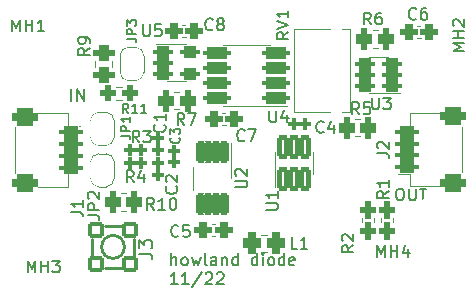
<source format=gbr>
%TF.GenerationSoftware,KiCad,Pcbnew,(6.0.4-0)*%
%TF.CreationDate,2022-11-03T14:14:05-06:00*%
%TF.ProjectId,howland,686f776c-616e-4642-9e6b-696361645f70,rev?*%
%TF.SameCoordinates,Original*%
%TF.FileFunction,Legend,Top*%
%TF.FilePolarity,Positive*%
%FSLAX46Y46*%
G04 Gerber Fmt 4.6, Leading zero omitted, Abs format (unit mm)*
G04 Created by KiCad (PCBNEW (6.0.4-0)) date 2022-11-03 14:14:05*
%MOMM*%
%LPD*%
G01*
G04 APERTURE LIST*
G04 Aperture macros list*
%AMRoundRect*
0 Rectangle with rounded corners*
0 $1 Rounding radius*
0 $2 $3 $4 $5 $6 $7 $8 $9 X,Y pos of 4 corners*
0 Add a 4 corners polygon primitive as box body*
4,1,4,$2,$3,$4,$5,$6,$7,$8,$9,$2,$3,0*
0 Add four circle primitives for the rounded corners*
1,1,$1+$1,$2,$3*
1,1,$1+$1,$4,$5*
1,1,$1+$1,$6,$7*
1,1,$1+$1,$8,$9*
0 Add four rect primitives between the rounded corners*
20,1,$1+$1,$2,$3,$4,$5,0*
20,1,$1+$1,$4,$5,$6,$7,0*
20,1,$1+$1,$6,$7,$8,$9,0*
20,1,$1+$1,$8,$9,$2,$3,0*%
%AMFreePoly0*
4,1,41,0.586777,0.930194,0.656366,0.874698,0.694986,0.794504,0.700000,0.750000,0.700000,-0.750000,0.680194,-0.836777,0.624698,-0.906366,0.544504,-0.944986,0.500000,-0.950000,0.000000,-0.950000,-0.023504,-0.944635,-0.083606,-0.943534,-0.139582,-0.934468,-0.274897,-0.892193,-0.326080,-0.867780,-0.444090,-0.789225,-0.486362,-0.751429,-0.577582,-0.642910,-0.607548,-0.594768,-0.664643,-0.465009,
-0.679893,-0.410393,-0.697476,-0.275933,-0.697084,-0.275882,-0.700000,-0.250000,-0.700000,0.250000,-0.697921,0.259109,-0.697582,0.286880,-0.675771,0.426957,-0.659192,0.481183,-0.598944,0.609508,-0.567811,0.656904,-0.473967,0.763162,-0.430783,0.799915,-0.310888,0.875563,-0.259125,0.898717,-0.122818,0.937674,-0.066635,0.945370,-0.042411,0.945222,0.000000,0.950000,0.500000,0.950000,
0.586777,0.930194,0.586777,0.930194,$1*%
%AMFreePoly1*
4,1,41,0.022678,0.944824,0.075125,0.944504,0.131210,0.936123,0.267031,0.895504,0.318507,0.871718,0.437469,0.794611,0.480202,0.757333,0.572740,0.649936,0.603290,0.602165,0.661967,0.473113,0.677883,0.418686,0.697980,0.278353,0.700000,0.250000,0.700000,-0.250000,0.699985,-0.252439,0.699836,-0.264655,0.697079,-0.295398,0.673559,-0.435199,0.656318,-0.489221,0.594506,-0.616800,
0.562797,-0.663810,0.467662,-0.768914,0.424032,-0.805137,0.303222,-0.879314,0.251181,-0.901834,0.114408,-0.939123,0.058135,-0.946132,0.037663,-0.945757,0.000000,-0.950000,-0.500000,-0.950000,-0.586777,-0.930194,-0.656366,-0.874698,-0.694986,-0.794504,-0.700000,-0.750000,-0.700000,0.750000,-0.680194,0.836777,-0.624698,0.906366,-0.544504,0.944986,-0.500000,0.950000,0.000000,0.950000,
0.022678,0.944824,0.022678,0.944824,$1*%
G04 Aperture macros list end*
%ADD10C,0.150000*%
%ADD11C,0.152000*%
%ADD12C,0.120000*%
%ADD13C,0.254000*%
%ADD14C,1.100000*%
%ADD15C,4.800000*%
%ADD16RoundRect,0.347500X0.147500X0.172500X-0.147500X0.172500X-0.147500X-0.172500X0.147500X-0.172500X0*%
%ADD17RoundRect,0.450000X0.325000X0.450000X-0.325000X0.450000X-0.325000X-0.450000X0.325000X-0.450000X0*%
%ADD18RoundRect,0.347500X-0.172500X0.147500X-0.172500X-0.147500X0.172500X-0.147500X0.172500X0.147500X0*%
%ADD19RoundRect,0.347500X-0.147500X-0.172500X0.147500X-0.172500X0.147500X0.172500X-0.147500X0.172500X0*%
%ADD20RoundRect,0.350000X-0.625000X0.150000X-0.625000X-0.150000X0.625000X-0.150000X0.625000X0.150000X0*%
%ADD21RoundRect,0.450000X-0.650000X0.350000X-0.650000X-0.350000X0.650000X-0.350000X0.650000X0.350000X0*%
%ADD22FreePoly0,270.000000*%
%ADD23FreePoly1,270.000000*%
%ADD24RoundRect,0.437500X0.237500X-0.287500X0.237500X0.287500X-0.237500X0.287500X-0.237500X-0.287500X0*%
%ADD25RoundRect,0.350000X0.625000X-0.150000X0.625000X0.150000X-0.625000X0.150000X-0.625000X-0.150000X0*%
%ADD26RoundRect,0.450000X0.650000X-0.350000X0.650000X0.350000X-0.650000X0.350000X-0.650000X-0.350000X0*%
%ADD27RoundRect,0.200000X0.225000X0.725000X-0.225000X0.725000X-0.225000X-0.725000X0.225000X-0.725000X0*%
%ADD28RoundRect,0.350000X-0.512500X-0.150000X0.512500X-0.150000X0.512500X0.150000X-0.512500X0.150000X0*%
%ADD29C,1.400000*%
%ADD30RoundRect,0.200000X-0.500000X0.500000X-0.500000X-0.500000X0.500000X-0.500000X0.500000X0.500000X0*%
%ADD31RoundRect,0.200000X0.325000X-0.780000X0.325000X0.780000X-0.325000X0.780000X-0.325000X-0.780000X0*%
%ADD32RoundRect,0.437500X0.250000X0.237500X-0.250000X0.237500X-0.250000X-0.237500X0.250000X-0.237500X0*%
%ADD33RoundRect,0.450000X-0.262500X-0.450000X0.262500X-0.450000X0.262500X0.450000X-0.262500X0.450000X0*%
%ADD34C,1.840000*%
%ADD35RoundRect,0.350000X0.825000X0.150000X-0.825000X0.150000X-0.825000X-0.150000X0.825000X-0.150000X0*%
%ADD36RoundRect,0.437500X-0.300000X-0.237500X0.300000X-0.237500X0.300000X0.237500X-0.300000X0.237500X0*%
%ADD37RoundRect,0.450000X0.262500X0.450000X-0.262500X0.450000X-0.262500X-0.450000X0.262500X-0.450000X0*%
%ADD38RoundRect,0.450000X-0.450000X0.262500X-0.450000X-0.262500X0.450000X-0.262500X0.450000X0.262500X0*%
%ADD39RoundRect,0.437500X0.300000X0.237500X-0.300000X0.237500X-0.300000X-0.237500X0.300000X-0.237500X0*%
%ADD40FreePoly0,90.000000*%
%ADD41FreePoly1,90.000000*%
%ADD42RoundRect,0.350000X0.512500X0.150000X-0.512500X0.150000X-0.512500X-0.150000X0.512500X-0.150000X0*%
G04 APERTURE END LIST*
D10*
X105326190Y-86402380D02*
X105326190Y-85402380D01*
X105802380Y-86402380D02*
X105802380Y-85402380D01*
X106373809Y-86402380D01*
X106373809Y-85402380D01*
X113785595Y-100297380D02*
X113785595Y-99297380D01*
X114214166Y-100297380D02*
X114214166Y-99773571D01*
X114166547Y-99678333D01*
X114071309Y-99630714D01*
X113928452Y-99630714D01*
X113833214Y-99678333D01*
X113785595Y-99725952D01*
X114833214Y-100297380D02*
X114737976Y-100249761D01*
X114690357Y-100202142D01*
X114642738Y-100106904D01*
X114642738Y-99821190D01*
X114690357Y-99725952D01*
X114737976Y-99678333D01*
X114833214Y-99630714D01*
X114976071Y-99630714D01*
X115071309Y-99678333D01*
X115118928Y-99725952D01*
X115166547Y-99821190D01*
X115166547Y-100106904D01*
X115118928Y-100202142D01*
X115071309Y-100249761D01*
X114976071Y-100297380D01*
X114833214Y-100297380D01*
X115499880Y-99630714D02*
X115690357Y-100297380D01*
X115880833Y-99821190D01*
X116071309Y-100297380D01*
X116261785Y-99630714D01*
X116785595Y-100297380D02*
X116690357Y-100249761D01*
X116642738Y-100154523D01*
X116642738Y-99297380D01*
X117595119Y-100297380D02*
X117595119Y-99773571D01*
X117547500Y-99678333D01*
X117452261Y-99630714D01*
X117261785Y-99630714D01*
X117166547Y-99678333D01*
X117595119Y-100249761D02*
X117499880Y-100297380D01*
X117261785Y-100297380D01*
X117166547Y-100249761D01*
X117118928Y-100154523D01*
X117118928Y-100059285D01*
X117166547Y-99964047D01*
X117261785Y-99916428D01*
X117499880Y-99916428D01*
X117595119Y-99868809D01*
X118071309Y-99630714D02*
X118071309Y-100297380D01*
X118071309Y-99725952D02*
X118118928Y-99678333D01*
X118214166Y-99630714D01*
X118357023Y-99630714D01*
X118452261Y-99678333D01*
X118499880Y-99773571D01*
X118499880Y-100297380D01*
X119404642Y-100297380D02*
X119404642Y-99297380D01*
X119404642Y-100249761D02*
X119309404Y-100297380D01*
X119118928Y-100297380D01*
X119023690Y-100249761D01*
X118976071Y-100202142D01*
X118928452Y-100106904D01*
X118928452Y-99821190D01*
X118976071Y-99725952D01*
X119023690Y-99678333D01*
X119118928Y-99630714D01*
X119309404Y-99630714D01*
X119404642Y-99678333D01*
X121071309Y-100297380D02*
X121071309Y-99297380D01*
X121071309Y-100249761D02*
X120976071Y-100297380D01*
X120785595Y-100297380D01*
X120690357Y-100249761D01*
X120642738Y-100202142D01*
X120595119Y-100106904D01*
X120595119Y-99821190D01*
X120642738Y-99725952D01*
X120690357Y-99678333D01*
X120785595Y-99630714D01*
X120976071Y-99630714D01*
X121071309Y-99678333D01*
X121547500Y-100297380D02*
X121547500Y-99630714D01*
X121547500Y-99297380D02*
X121499880Y-99345000D01*
X121547500Y-99392619D01*
X121595119Y-99345000D01*
X121547500Y-99297380D01*
X121547500Y-99392619D01*
X122166547Y-100297380D02*
X122071309Y-100249761D01*
X122023690Y-100202142D01*
X121976071Y-100106904D01*
X121976071Y-99821190D01*
X122023690Y-99725952D01*
X122071309Y-99678333D01*
X122166547Y-99630714D01*
X122309404Y-99630714D01*
X122404642Y-99678333D01*
X122452261Y-99725952D01*
X122499880Y-99821190D01*
X122499880Y-100106904D01*
X122452261Y-100202142D01*
X122404642Y-100249761D01*
X122309404Y-100297380D01*
X122166547Y-100297380D01*
X123357023Y-100297380D02*
X123357023Y-99297380D01*
X123357023Y-100249761D02*
X123261785Y-100297380D01*
X123071309Y-100297380D01*
X122976071Y-100249761D01*
X122928452Y-100202142D01*
X122880833Y-100106904D01*
X122880833Y-99821190D01*
X122928452Y-99725952D01*
X122976071Y-99678333D01*
X123071309Y-99630714D01*
X123261785Y-99630714D01*
X123357023Y-99678333D01*
X124214166Y-100249761D02*
X124118928Y-100297380D01*
X123928452Y-100297380D01*
X123833214Y-100249761D01*
X123785595Y-100154523D01*
X123785595Y-99773571D01*
X123833214Y-99678333D01*
X123928452Y-99630714D01*
X124118928Y-99630714D01*
X124214166Y-99678333D01*
X124261785Y-99773571D01*
X124261785Y-99868809D01*
X123785595Y-99964047D01*
X114309404Y-101907380D02*
X113737976Y-101907380D01*
X114023690Y-101907380D02*
X114023690Y-100907380D01*
X113928452Y-101050238D01*
X113833214Y-101145476D01*
X113737976Y-101193095D01*
X115261785Y-101907380D02*
X114690357Y-101907380D01*
X114976071Y-101907380D02*
X114976071Y-100907380D01*
X114880833Y-101050238D01*
X114785595Y-101145476D01*
X114690357Y-101193095D01*
X116404642Y-100859761D02*
X115547500Y-102145476D01*
X116690357Y-101002619D02*
X116737976Y-100955000D01*
X116833214Y-100907380D01*
X117071309Y-100907380D01*
X117166547Y-100955000D01*
X117214166Y-101002619D01*
X117261785Y-101097857D01*
X117261785Y-101193095D01*
X117214166Y-101335952D01*
X116642738Y-101907380D01*
X117261785Y-101907380D01*
X117642738Y-101002619D02*
X117690357Y-100955000D01*
X117785595Y-100907380D01*
X118023690Y-100907380D01*
X118118928Y-100955000D01*
X118166547Y-101002619D01*
X118214166Y-101097857D01*
X118214166Y-101193095D01*
X118166547Y-101335952D01*
X117595119Y-101907380D01*
X118214166Y-101907380D01*
X133050000Y-93802380D02*
X133240476Y-93802380D01*
X133335714Y-93850000D01*
X133430952Y-93945238D01*
X133478571Y-94135714D01*
X133478571Y-94469047D01*
X133430952Y-94659523D01*
X133335714Y-94754761D01*
X133240476Y-94802380D01*
X133050000Y-94802380D01*
X132954761Y-94754761D01*
X132859523Y-94659523D01*
X132811904Y-94469047D01*
X132811904Y-94135714D01*
X132859523Y-93945238D01*
X132954761Y-93850000D01*
X133050000Y-93802380D01*
X133907142Y-93802380D02*
X133907142Y-94611904D01*
X133954761Y-94707142D01*
X134002380Y-94754761D01*
X134097619Y-94802380D01*
X134288095Y-94802380D01*
X134383333Y-94754761D01*
X134430952Y-94707142D01*
X134478571Y-94611904D01*
X134478571Y-93802380D01*
X134811904Y-93802380D02*
X135383333Y-93802380D01*
X135097619Y-94802380D02*
X135097619Y-93802380D01*
%TO.C,MH1*%
X100316666Y-80502380D02*
X100316666Y-79502380D01*
X100650000Y-80216666D01*
X100983333Y-79502380D01*
X100983333Y-80502380D01*
X101459523Y-80502380D02*
X101459523Y-79502380D01*
X101459523Y-79978571D02*
X102030952Y-79978571D01*
X102030952Y-80502380D02*
X102030952Y-79502380D01*
X103030952Y-80502380D02*
X102459523Y-80502380D01*
X102745238Y-80502380D02*
X102745238Y-79502380D01*
X102650000Y-79645238D01*
X102554761Y-79740476D01*
X102459523Y-79788095D01*
%TO.C,MH2*%
X138602380Y-82183333D02*
X137602380Y-82183333D01*
X138316666Y-81850000D01*
X137602380Y-81516666D01*
X138602380Y-81516666D01*
X138602380Y-81040476D02*
X137602380Y-81040476D01*
X138078571Y-81040476D02*
X138078571Y-80469047D01*
X138602380Y-80469047D02*
X137602380Y-80469047D01*
X137697619Y-80040476D02*
X137650000Y-79992857D01*
X137602380Y-79897619D01*
X137602380Y-79659523D01*
X137650000Y-79564285D01*
X137697619Y-79516666D01*
X137792857Y-79469047D01*
X137888095Y-79469047D01*
X138030952Y-79516666D01*
X138602380Y-80088095D01*
X138602380Y-79469047D01*
%TO.C,MH3*%
X101616666Y-100902380D02*
X101616666Y-99902380D01*
X101950000Y-100616666D01*
X102283333Y-99902380D01*
X102283333Y-100902380D01*
X102759523Y-100902380D02*
X102759523Y-99902380D01*
X102759523Y-100378571D02*
X103330952Y-100378571D01*
X103330952Y-100902380D02*
X103330952Y-99902380D01*
X103711904Y-99902380D02*
X104330952Y-99902380D01*
X103997619Y-100283333D01*
X104140476Y-100283333D01*
X104235714Y-100330952D01*
X104283333Y-100378571D01*
X104330952Y-100473809D01*
X104330952Y-100711904D01*
X104283333Y-100807142D01*
X104235714Y-100854761D01*
X104140476Y-100902380D01*
X103854761Y-100902380D01*
X103759523Y-100854761D01*
X103711904Y-100807142D01*
%TO.C,MH4*%
X131216666Y-99602380D02*
X131216666Y-98602380D01*
X131550000Y-99316666D01*
X131883333Y-98602380D01*
X131883333Y-99602380D01*
X132359523Y-99602380D02*
X132359523Y-98602380D01*
X132359523Y-99078571D02*
X132930952Y-99078571D01*
X132930952Y-99602380D02*
X132930952Y-98602380D01*
X133835714Y-98935714D02*
X133835714Y-99602380D01*
X133597619Y-98554761D02*
X133359523Y-99269047D01*
X133978571Y-99269047D01*
%TO.C,R3*%
X111083333Y-89902380D02*
X110750000Y-89426190D01*
X110511904Y-89902380D02*
X110511904Y-88902380D01*
X110892857Y-88902380D01*
X110988095Y-88950000D01*
X111035714Y-88997619D01*
X111083333Y-89092857D01*
X111083333Y-89235714D01*
X111035714Y-89330952D01*
X110988095Y-89378571D01*
X110892857Y-89426190D01*
X110511904Y-89426190D01*
X111416666Y-88902380D02*
X112035714Y-88902380D01*
X111702380Y-89283333D01*
X111845238Y-89283333D01*
X111940476Y-89330952D01*
X111988095Y-89378571D01*
X112035714Y-89473809D01*
X112035714Y-89711904D01*
X111988095Y-89807142D01*
X111940476Y-89854761D01*
X111845238Y-89902380D01*
X111559523Y-89902380D01*
X111464285Y-89854761D01*
X111416666Y-89807142D01*
%TO.C,R4*%
X110583333Y-93272380D02*
X110250000Y-92796190D01*
X110011904Y-93272380D02*
X110011904Y-92272380D01*
X110392857Y-92272380D01*
X110488095Y-92320000D01*
X110535714Y-92367619D01*
X110583333Y-92462857D01*
X110583333Y-92605714D01*
X110535714Y-92700952D01*
X110488095Y-92748571D01*
X110392857Y-92796190D01*
X110011904Y-92796190D01*
X111440476Y-92605714D02*
X111440476Y-93272380D01*
X111202380Y-92224761D02*
X110964285Y-92939047D01*
X111583333Y-92939047D01*
%TO.C,L1*%
X124443333Y-98902380D02*
X123967142Y-98902380D01*
X123967142Y-97902380D01*
X125300476Y-98902380D02*
X124729047Y-98902380D01*
X125014761Y-98902380D02*
X125014761Y-97902380D01*
X124919523Y-98045238D01*
X124824285Y-98140476D01*
X124729047Y-98188095D01*
%TO.C,C1*%
X113207142Y-88416666D02*
X113254761Y-88464285D01*
X113302380Y-88607142D01*
X113302380Y-88702380D01*
X113254761Y-88845238D01*
X113159523Y-88940476D01*
X113064285Y-88988095D01*
X112873809Y-89035714D01*
X112730952Y-89035714D01*
X112540476Y-88988095D01*
X112445238Y-88940476D01*
X112350000Y-88845238D01*
X112302380Y-88702380D01*
X112302380Y-88607142D01*
X112350000Y-88464285D01*
X112397619Y-88416666D01*
X113302380Y-87464285D02*
X113302380Y-88035714D01*
X113302380Y-87750000D02*
X112302380Y-87750000D01*
X112445238Y-87845238D01*
X112540476Y-87940476D01*
X112588095Y-88035714D01*
%TO.C,C2*%
X114207142Y-93616666D02*
X114254761Y-93664285D01*
X114302380Y-93807142D01*
X114302380Y-93902380D01*
X114254761Y-94045238D01*
X114159523Y-94140476D01*
X114064285Y-94188095D01*
X113873809Y-94235714D01*
X113730952Y-94235714D01*
X113540476Y-94188095D01*
X113445238Y-94140476D01*
X113350000Y-94045238D01*
X113302380Y-93902380D01*
X113302380Y-93807142D01*
X113350000Y-93664285D01*
X113397619Y-93616666D01*
X113397619Y-93235714D02*
X113350000Y-93188095D01*
X113302380Y-93092857D01*
X113302380Y-92854761D01*
X113350000Y-92759523D01*
X113397619Y-92711904D01*
X113492857Y-92664285D01*
X113588095Y-92664285D01*
X113730952Y-92711904D01*
X114302380Y-93283333D01*
X114302380Y-92664285D01*
%TO.C,C3*%
X114435714Y-89483333D02*
X114473809Y-89521428D01*
X114511904Y-89635714D01*
X114511904Y-89711904D01*
X114473809Y-89826190D01*
X114397619Y-89902380D01*
X114321428Y-89940476D01*
X114169047Y-89978571D01*
X114054761Y-89978571D01*
X113902380Y-89940476D01*
X113826190Y-89902380D01*
X113750000Y-89826190D01*
X113711904Y-89711904D01*
X113711904Y-89635714D01*
X113750000Y-89521428D01*
X113788095Y-89483333D01*
X113711904Y-89216666D02*
X113711904Y-88721428D01*
X114016666Y-88988095D01*
X114016666Y-88873809D01*
X114054761Y-88797619D01*
X114092857Y-88759523D01*
X114169047Y-88721428D01*
X114359523Y-88721428D01*
X114435714Y-88759523D01*
X114473809Y-88797619D01*
X114511904Y-88873809D01*
X114511904Y-89102380D01*
X114473809Y-89178571D01*
X114435714Y-89216666D01*
%TO.C,C4*%
X126683333Y-89007142D02*
X126635714Y-89054761D01*
X126492857Y-89102380D01*
X126397619Y-89102380D01*
X126254761Y-89054761D01*
X126159523Y-88959523D01*
X126111904Y-88864285D01*
X126064285Y-88673809D01*
X126064285Y-88530952D01*
X126111904Y-88340476D01*
X126159523Y-88245238D01*
X126254761Y-88150000D01*
X126397619Y-88102380D01*
X126492857Y-88102380D01*
X126635714Y-88150000D01*
X126683333Y-88197619D01*
X127540476Y-88435714D02*
X127540476Y-89102380D01*
X127302380Y-88054761D02*
X127064285Y-88769047D01*
X127683333Y-88769047D01*
%TO.C,J1*%
X105302380Y-95783333D02*
X106016666Y-95783333D01*
X106159523Y-95830952D01*
X106254761Y-95926190D01*
X106302380Y-96069047D01*
X106302380Y-96164285D01*
X106302380Y-94783333D02*
X106302380Y-95354761D01*
X106302380Y-95069047D02*
X105302380Y-95069047D01*
X105445238Y-95164285D01*
X105540476Y-95259523D01*
X105588095Y-95354761D01*
%TO.C,JP1*%
X109511904Y-89316666D02*
X110083333Y-89316666D01*
X110197619Y-89354761D01*
X110273809Y-89430952D01*
X110311904Y-89545238D01*
X110311904Y-89621428D01*
X110311904Y-88935714D02*
X109511904Y-88935714D01*
X109511904Y-88630952D01*
X109550000Y-88554761D01*
X109588095Y-88516666D01*
X109664285Y-88478571D01*
X109778571Y-88478571D01*
X109854761Y-88516666D01*
X109892857Y-88554761D01*
X109930952Y-88630952D01*
X109930952Y-88935714D01*
X110311904Y-87716666D02*
X110311904Y-88173809D01*
X110311904Y-87945238D02*
X109511904Y-87945238D01*
X109626190Y-88021428D01*
X109702380Y-88097619D01*
X109740476Y-88173809D01*
%TO.C,JP2*%
X106702380Y-96083333D02*
X107416666Y-96083333D01*
X107559523Y-96130952D01*
X107654761Y-96226190D01*
X107702380Y-96369047D01*
X107702380Y-96464285D01*
X107702380Y-95607142D02*
X106702380Y-95607142D01*
X106702380Y-95226190D01*
X106750000Y-95130952D01*
X106797619Y-95083333D01*
X106892857Y-95035714D01*
X107035714Y-95035714D01*
X107130952Y-95083333D01*
X107178571Y-95130952D01*
X107226190Y-95226190D01*
X107226190Y-95607142D01*
X106797619Y-94654761D02*
X106750000Y-94607142D01*
X106702380Y-94511904D01*
X106702380Y-94273809D01*
X106750000Y-94178571D01*
X106797619Y-94130952D01*
X106892857Y-94083333D01*
X106988095Y-94083333D01*
X107130952Y-94130952D01*
X107702380Y-94702380D01*
X107702380Y-94083333D01*
%TO.C,R1*%
X132202380Y-94016666D02*
X131726190Y-94350000D01*
X132202380Y-94588095D02*
X131202380Y-94588095D01*
X131202380Y-94207142D01*
X131250000Y-94111904D01*
X131297619Y-94064285D01*
X131392857Y-94016666D01*
X131535714Y-94016666D01*
X131630952Y-94064285D01*
X131678571Y-94111904D01*
X131726190Y-94207142D01*
X131726190Y-94588095D01*
X132202380Y-93064285D02*
X132202380Y-93635714D01*
X132202380Y-93350000D02*
X131202380Y-93350000D01*
X131345238Y-93445238D01*
X131440476Y-93540476D01*
X131488095Y-93635714D01*
%TO.C,R2*%
X129202380Y-98616666D02*
X128726190Y-98950000D01*
X129202380Y-99188095D02*
X128202380Y-99188095D01*
X128202380Y-98807142D01*
X128250000Y-98711904D01*
X128297619Y-98664285D01*
X128392857Y-98616666D01*
X128535714Y-98616666D01*
X128630952Y-98664285D01*
X128678571Y-98711904D01*
X128726190Y-98807142D01*
X128726190Y-99188095D01*
X128297619Y-98235714D02*
X128250000Y-98188095D01*
X128202380Y-98092857D01*
X128202380Y-97854761D01*
X128250000Y-97759523D01*
X128297619Y-97711904D01*
X128392857Y-97664285D01*
X128488095Y-97664285D01*
X128630952Y-97711904D01*
X129202380Y-98283333D01*
X129202380Y-97664285D01*
%TO.C,J2*%
X131222380Y-90833333D02*
X131936666Y-90833333D01*
X132079523Y-90880952D01*
X132174761Y-90976190D01*
X132222380Y-91119047D01*
X132222380Y-91214285D01*
X131317619Y-90404761D02*
X131270000Y-90357142D01*
X131222380Y-90261904D01*
X131222380Y-90023809D01*
X131270000Y-89928571D01*
X131317619Y-89880952D01*
X131412857Y-89833333D01*
X131508095Y-89833333D01*
X131650952Y-89880952D01*
X132222380Y-90452380D01*
X132222380Y-89833333D01*
%TO.C,U2*%
X119202380Y-93711904D02*
X120011904Y-93711904D01*
X120107142Y-93664285D01*
X120154761Y-93616666D01*
X120202380Y-93521428D01*
X120202380Y-93330952D01*
X120154761Y-93235714D01*
X120107142Y-93188095D01*
X120011904Y-93140476D01*
X119202380Y-93140476D01*
X119297619Y-92711904D02*
X119250000Y-92664285D01*
X119202380Y-92569047D01*
X119202380Y-92330952D01*
X119250000Y-92235714D01*
X119297619Y-92188095D01*
X119392857Y-92140476D01*
X119488095Y-92140476D01*
X119630952Y-92188095D01*
X120202380Y-92759523D01*
X120202380Y-92140476D01*
%TO.C,U5*%
X111388095Y-79902380D02*
X111388095Y-80711904D01*
X111435714Y-80807142D01*
X111483333Y-80854761D01*
X111578571Y-80902380D01*
X111769047Y-80902380D01*
X111864285Y-80854761D01*
X111911904Y-80807142D01*
X111959523Y-80711904D01*
X111959523Y-79902380D01*
X112911904Y-79902380D02*
X112435714Y-79902380D01*
X112388095Y-80378571D01*
X112435714Y-80330952D01*
X112530952Y-80283333D01*
X112769047Y-80283333D01*
X112864285Y-80330952D01*
X112911904Y-80378571D01*
X112959523Y-80473809D01*
X112959523Y-80711904D01*
X112911904Y-80807142D01*
X112864285Y-80854761D01*
X112769047Y-80902380D01*
X112530952Y-80902380D01*
X112435714Y-80854761D01*
X112388095Y-80807142D01*
D11*
%TO.C,J3*%
X111024071Y-99309514D02*
X111840500Y-99309514D01*
X112003785Y-99363942D01*
X112112642Y-99472800D01*
X112167071Y-99636085D01*
X112167071Y-99744942D01*
X111024071Y-98874085D02*
X111024071Y-98166514D01*
X111459500Y-98547514D01*
X111459500Y-98384228D01*
X111513928Y-98275371D01*
X111568357Y-98220942D01*
X111677214Y-98166514D01*
X111949357Y-98166514D01*
X112058214Y-98220942D01*
X112112642Y-98275371D01*
X112167071Y-98384228D01*
X112167071Y-98710800D01*
X112112642Y-98819657D01*
X112058214Y-98874085D01*
D10*
%TO.C,U1*%
X121802380Y-95611904D02*
X122611904Y-95611904D01*
X122707142Y-95564285D01*
X122754761Y-95516666D01*
X122802380Y-95421428D01*
X122802380Y-95230952D01*
X122754761Y-95135714D01*
X122707142Y-95088095D01*
X122611904Y-95040476D01*
X121802380Y-95040476D01*
X122802380Y-94040476D02*
X122802380Y-94611904D01*
X122802380Y-94326190D02*
X121802380Y-94326190D01*
X121945238Y-94421428D01*
X122040476Y-94516666D01*
X122088095Y-94611904D01*
%TO.C,R11*%
X110135714Y-87411904D02*
X109869047Y-87030952D01*
X109678571Y-87411904D02*
X109678571Y-86611904D01*
X109983333Y-86611904D01*
X110059523Y-86650000D01*
X110097619Y-86688095D01*
X110135714Y-86764285D01*
X110135714Y-86878571D01*
X110097619Y-86954761D01*
X110059523Y-86992857D01*
X109983333Y-87030952D01*
X109678571Y-87030952D01*
X110897619Y-87411904D02*
X110440476Y-87411904D01*
X110669047Y-87411904D02*
X110669047Y-86611904D01*
X110592857Y-86726190D01*
X110516666Y-86802380D01*
X110440476Y-86840476D01*
X111659523Y-87411904D02*
X111202380Y-87411904D01*
X111430952Y-87411904D02*
X111430952Y-86611904D01*
X111354761Y-86726190D01*
X111278571Y-86802380D01*
X111202380Y-86840476D01*
%TO.C,R6*%
X130683333Y-79902380D02*
X130350000Y-79426190D01*
X130111904Y-79902380D02*
X130111904Y-78902380D01*
X130492857Y-78902380D01*
X130588095Y-78950000D01*
X130635714Y-78997619D01*
X130683333Y-79092857D01*
X130683333Y-79235714D01*
X130635714Y-79330952D01*
X130588095Y-79378571D01*
X130492857Y-79426190D01*
X130111904Y-79426190D01*
X131540476Y-78902380D02*
X131350000Y-78902380D01*
X131254761Y-78950000D01*
X131207142Y-78997619D01*
X131111904Y-79140476D01*
X131064285Y-79330952D01*
X131064285Y-79711904D01*
X131111904Y-79807142D01*
X131159523Y-79854761D01*
X131254761Y-79902380D01*
X131445238Y-79902380D01*
X131540476Y-79854761D01*
X131588095Y-79807142D01*
X131635714Y-79711904D01*
X131635714Y-79473809D01*
X131588095Y-79378571D01*
X131540476Y-79330952D01*
X131445238Y-79283333D01*
X131254761Y-79283333D01*
X131159523Y-79330952D01*
X131111904Y-79378571D01*
X131064285Y-79473809D01*
%TO.C,RV1*%
X123702380Y-80545238D02*
X123226190Y-80878571D01*
X123702380Y-81116666D02*
X122702380Y-81116666D01*
X122702380Y-80735714D01*
X122750000Y-80640476D01*
X122797619Y-80592857D01*
X122892857Y-80545238D01*
X123035714Y-80545238D01*
X123130952Y-80592857D01*
X123178571Y-80640476D01*
X123226190Y-80735714D01*
X123226190Y-81116666D01*
X122702380Y-80259523D02*
X123702380Y-79926190D01*
X122702380Y-79592857D01*
X123702380Y-78735714D02*
X123702380Y-79307142D01*
X123702380Y-79021428D02*
X122702380Y-79021428D01*
X122845238Y-79116666D01*
X122940476Y-79211904D01*
X122988095Y-79307142D01*
%TO.C,U4*%
X122088095Y-87202380D02*
X122088095Y-88011904D01*
X122135714Y-88107142D01*
X122183333Y-88154761D01*
X122278571Y-88202380D01*
X122469047Y-88202380D01*
X122564285Y-88154761D01*
X122611904Y-88107142D01*
X122659523Y-88011904D01*
X122659523Y-87202380D01*
X123564285Y-87535714D02*
X123564285Y-88202380D01*
X123326190Y-87154761D02*
X123088095Y-87869047D01*
X123707142Y-87869047D01*
%TO.C,C7*%
X119983333Y-89707142D02*
X119935714Y-89754761D01*
X119792857Y-89802380D01*
X119697619Y-89802380D01*
X119554761Y-89754761D01*
X119459523Y-89659523D01*
X119411904Y-89564285D01*
X119364285Y-89373809D01*
X119364285Y-89230952D01*
X119411904Y-89040476D01*
X119459523Y-88945238D01*
X119554761Y-88850000D01*
X119697619Y-88802380D01*
X119792857Y-88802380D01*
X119935714Y-88850000D01*
X119983333Y-88897619D01*
X120316666Y-88802380D02*
X120983333Y-88802380D01*
X120554761Y-89802380D01*
%TO.C,R10*%
X112307142Y-95602380D02*
X111973809Y-95126190D01*
X111735714Y-95602380D02*
X111735714Y-94602380D01*
X112116666Y-94602380D01*
X112211904Y-94650000D01*
X112259523Y-94697619D01*
X112307142Y-94792857D01*
X112307142Y-94935714D01*
X112259523Y-95030952D01*
X112211904Y-95078571D01*
X112116666Y-95126190D01*
X111735714Y-95126190D01*
X113259523Y-95602380D02*
X112688095Y-95602380D01*
X112973809Y-95602380D02*
X112973809Y-94602380D01*
X112878571Y-94745238D01*
X112783333Y-94840476D01*
X112688095Y-94888095D01*
X113878571Y-94602380D02*
X113973809Y-94602380D01*
X114069047Y-94650000D01*
X114116666Y-94697619D01*
X114164285Y-94792857D01*
X114211904Y-94983333D01*
X114211904Y-95221428D01*
X114164285Y-95411904D01*
X114116666Y-95507142D01*
X114069047Y-95554761D01*
X113973809Y-95602380D01*
X113878571Y-95602380D01*
X113783333Y-95554761D01*
X113735714Y-95507142D01*
X113688095Y-95411904D01*
X113640476Y-95221428D01*
X113640476Y-94983333D01*
X113688095Y-94792857D01*
X113735714Y-94697619D01*
X113783333Y-94650000D01*
X113878571Y-94602380D01*
%TO.C,R9*%
X106902380Y-81916666D02*
X106426190Y-82250000D01*
X106902380Y-82488095D02*
X105902380Y-82488095D01*
X105902380Y-82107142D01*
X105950000Y-82011904D01*
X105997619Y-81964285D01*
X106092857Y-81916666D01*
X106235714Y-81916666D01*
X106330952Y-81964285D01*
X106378571Y-82011904D01*
X106426190Y-82107142D01*
X106426190Y-82488095D01*
X106902380Y-81440476D02*
X106902380Y-81250000D01*
X106854761Y-81154761D01*
X106807142Y-81107142D01*
X106664285Y-81011904D01*
X106473809Y-80964285D01*
X106092857Y-80964285D01*
X105997619Y-81011904D01*
X105950000Y-81059523D01*
X105902380Y-81154761D01*
X105902380Y-81345238D01*
X105950000Y-81440476D01*
X105997619Y-81488095D01*
X106092857Y-81535714D01*
X106330952Y-81535714D01*
X106426190Y-81488095D01*
X106473809Y-81440476D01*
X106521428Y-81345238D01*
X106521428Y-81154761D01*
X106473809Y-81059523D01*
X106426190Y-81011904D01*
X106330952Y-80964285D01*
%TO.C,R5*%
X129683333Y-87502380D02*
X129350000Y-87026190D01*
X129111904Y-87502380D02*
X129111904Y-86502380D01*
X129492857Y-86502380D01*
X129588095Y-86550000D01*
X129635714Y-86597619D01*
X129683333Y-86692857D01*
X129683333Y-86835714D01*
X129635714Y-86930952D01*
X129588095Y-86978571D01*
X129492857Y-87026190D01*
X129111904Y-87026190D01*
X130588095Y-86502380D02*
X130111904Y-86502380D01*
X130064285Y-86978571D01*
X130111904Y-86930952D01*
X130207142Y-86883333D01*
X130445238Y-86883333D01*
X130540476Y-86930952D01*
X130588095Y-86978571D01*
X130635714Y-87073809D01*
X130635714Y-87311904D01*
X130588095Y-87407142D01*
X130540476Y-87454761D01*
X130445238Y-87502380D01*
X130207142Y-87502380D01*
X130111904Y-87454761D01*
X130064285Y-87407142D01*
%TO.C,R7*%
X114883333Y-88402380D02*
X114550000Y-87926190D01*
X114311904Y-88402380D02*
X114311904Y-87402380D01*
X114692857Y-87402380D01*
X114788095Y-87450000D01*
X114835714Y-87497619D01*
X114883333Y-87592857D01*
X114883333Y-87735714D01*
X114835714Y-87830952D01*
X114788095Y-87878571D01*
X114692857Y-87926190D01*
X114311904Y-87926190D01*
X115216666Y-87402380D02*
X115883333Y-87402380D01*
X115454761Y-88402380D01*
%TO.C,C5*%
X114383333Y-97807142D02*
X114335714Y-97854761D01*
X114192857Y-97902380D01*
X114097619Y-97902380D01*
X113954761Y-97854761D01*
X113859523Y-97759523D01*
X113811904Y-97664285D01*
X113764285Y-97473809D01*
X113764285Y-97330952D01*
X113811904Y-97140476D01*
X113859523Y-97045238D01*
X113954761Y-96950000D01*
X114097619Y-96902380D01*
X114192857Y-96902380D01*
X114335714Y-96950000D01*
X114383333Y-96997619D01*
X115288095Y-96902380D02*
X114811904Y-96902380D01*
X114764285Y-97378571D01*
X114811904Y-97330952D01*
X114907142Y-97283333D01*
X115145238Y-97283333D01*
X115240476Y-97330952D01*
X115288095Y-97378571D01*
X115335714Y-97473809D01*
X115335714Y-97711904D01*
X115288095Y-97807142D01*
X115240476Y-97854761D01*
X115145238Y-97902380D01*
X114907142Y-97902380D01*
X114811904Y-97854761D01*
X114764285Y-97807142D01*
%TO.C,JP3*%
X110011904Y-81116666D02*
X110583333Y-81116666D01*
X110697619Y-81154761D01*
X110773809Y-81230952D01*
X110811904Y-81345238D01*
X110811904Y-81421428D01*
X110811904Y-80735714D02*
X110011904Y-80735714D01*
X110011904Y-80430952D01*
X110050000Y-80354761D01*
X110088095Y-80316666D01*
X110164285Y-80278571D01*
X110278571Y-80278571D01*
X110354761Y-80316666D01*
X110392857Y-80354761D01*
X110430952Y-80430952D01*
X110430952Y-80735714D01*
X110011904Y-80011904D02*
X110011904Y-79516666D01*
X110316666Y-79783333D01*
X110316666Y-79669047D01*
X110354761Y-79592857D01*
X110392857Y-79554761D01*
X110469047Y-79516666D01*
X110659523Y-79516666D01*
X110735714Y-79554761D01*
X110773809Y-79592857D01*
X110811904Y-79669047D01*
X110811904Y-79897619D01*
X110773809Y-79973809D01*
X110735714Y-80011904D01*
%TO.C,C8*%
X117283333Y-80307142D02*
X117235714Y-80354761D01*
X117092857Y-80402380D01*
X116997619Y-80402380D01*
X116854761Y-80354761D01*
X116759523Y-80259523D01*
X116711904Y-80164285D01*
X116664285Y-79973809D01*
X116664285Y-79830952D01*
X116711904Y-79640476D01*
X116759523Y-79545238D01*
X116854761Y-79450000D01*
X116997619Y-79402380D01*
X117092857Y-79402380D01*
X117235714Y-79450000D01*
X117283333Y-79497619D01*
X117854761Y-79830952D02*
X117759523Y-79783333D01*
X117711904Y-79735714D01*
X117664285Y-79640476D01*
X117664285Y-79592857D01*
X117711904Y-79497619D01*
X117759523Y-79450000D01*
X117854761Y-79402380D01*
X118045238Y-79402380D01*
X118140476Y-79450000D01*
X118188095Y-79497619D01*
X118235714Y-79592857D01*
X118235714Y-79640476D01*
X118188095Y-79735714D01*
X118140476Y-79783333D01*
X118045238Y-79830952D01*
X117854761Y-79830952D01*
X117759523Y-79878571D01*
X117711904Y-79926190D01*
X117664285Y-80021428D01*
X117664285Y-80211904D01*
X117711904Y-80307142D01*
X117759523Y-80354761D01*
X117854761Y-80402380D01*
X118045238Y-80402380D01*
X118140476Y-80354761D01*
X118188095Y-80307142D01*
X118235714Y-80211904D01*
X118235714Y-80021428D01*
X118188095Y-79926190D01*
X118140476Y-79878571D01*
X118045238Y-79830952D01*
%TO.C,U3*%
X130788095Y-86102380D02*
X130788095Y-86911904D01*
X130835714Y-87007142D01*
X130883333Y-87054761D01*
X130978571Y-87102380D01*
X131169047Y-87102380D01*
X131264285Y-87054761D01*
X131311904Y-87007142D01*
X131359523Y-86911904D01*
X131359523Y-86102380D01*
X131740476Y-86102380D02*
X132359523Y-86102380D01*
X132026190Y-86483333D01*
X132169047Y-86483333D01*
X132264285Y-86530952D01*
X132311904Y-86578571D01*
X132359523Y-86673809D01*
X132359523Y-86911904D01*
X132311904Y-87007142D01*
X132264285Y-87054761D01*
X132169047Y-87102380D01*
X131883333Y-87102380D01*
X131788095Y-87054761D01*
X131740476Y-87007142D01*
%TO.C,C6*%
X134520833Y-79407142D02*
X134473214Y-79454761D01*
X134330357Y-79502380D01*
X134235119Y-79502380D01*
X134092261Y-79454761D01*
X133997023Y-79359523D01*
X133949404Y-79264285D01*
X133901785Y-79073809D01*
X133901785Y-78930952D01*
X133949404Y-78740476D01*
X133997023Y-78645238D01*
X134092261Y-78550000D01*
X134235119Y-78502380D01*
X134330357Y-78502380D01*
X134473214Y-78550000D01*
X134520833Y-78597619D01*
X135377976Y-78502380D02*
X135187500Y-78502380D01*
X135092261Y-78550000D01*
X135044642Y-78597619D01*
X134949404Y-78740476D01*
X134901785Y-78930952D01*
X134901785Y-79311904D01*
X134949404Y-79407142D01*
X134997023Y-79454761D01*
X135092261Y-79502380D01*
X135282738Y-79502380D01*
X135377976Y-79454761D01*
X135425595Y-79407142D01*
X135473214Y-79311904D01*
X135473214Y-79073809D01*
X135425595Y-78978571D01*
X135377976Y-78930952D01*
X135282738Y-78883333D01*
X135092261Y-78883333D01*
X134997023Y-78930952D01*
X134949404Y-78978571D01*
X134901785Y-79073809D01*
D12*
%TO.C,L1*%
X121896252Y-99160000D02*
X121373748Y-99160000D01*
X121896252Y-97740000D02*
X121373748Y-97740000D01*
%TO.C,J1*%
X102535000Y-87440000D02*
X105035000Y-87440000D01*
X100565000Y-88610000D02*
X100565000Y-92490000D01*
X102535000Y-93660000D02*
X105035000Y-93660000D01*
X105035000Y-87440000D02*
X105035000Y-88490000D01*
X105035000Y-93660000D02*
X105035000Y-92610000D01*
X105035000Y-88490000D02*
X106025000Y-88490000D01*
%TO.C,JP1*%
X108250000Y-90150000D02*
X107650000Y-90150000D01*
X106950000Y-89450000D02*
X106950000Y-88050000D01*
X108950000Y-88050000D02*
X108950000Y-89450000D01*
X107650000Y-87350000D02*
X108250000Y-87350000D01*
X106950000Y-89450000D02*
G75*
G03*
X107650000Y-90150000I700000J0D01*
G01*
X107650000Y-87350000D02*
G75*
G03*
X106950000Y-88050000I-1J-699999D01*
G01*
X108250000Y-90150000D02*
G75*
G03*
X108950000Y-89450000I0J700000D01*
G01*
X108950000Y-88050000D02*
G75*
G03*
X108250000Y-87350000I-699999J1D01*
G01*
%TO.C,JP2*%
X108250000Y-93650000D02*
X107650000Y-93650000D01*
X107650000Y-90850000D02*
X108250000Y-90850000D01*
X106950000Y-92950000D02*
X106950000Y-91550000D01*
X108950000Y-91550000D02*
X108950000Y-92950000D01*
X106950000Y-92950000D02*
G75*
G03*
X107650000Y-93650000I700000J0D01*
G01*
X107650000Y-90850000D02*
G75*
G03*
X106950000Y-91550000I-1J-699999D01*
G01*
X108950000Y-91550000D02*
G75*
G03*
X108250000Y-90850000I-699999J1D01*
G01*
X108250000Y-93650000D02*
G75*
G03*
X108950000Y-92950000I0J700000D01*
G01*
%TO.C,R1*%
X131540000Y-96671267D02*
X131540000Y-96328733D01*
X132560000Y-96671267D02*
X132560000Y-96328733D01*
%TO.C,R2*%
X129890000Y-96671267D02*
X129890000Y-96328733D01*
X130910000Y-96671267D02*
X130910000Y-96328733D01*
%TO.C,J2*%
X136465000Y-87390000D02*
X133965000Y-87390000D01*
X136465000Y-93610000D02*
X133965000Y-93610000D01*
X133965000Y-93610000D02*
X133965000Y-92560000D01*
X133965000Y-87390000D02*
X133965000Y-88440000D01*
X138435000Y-92440000D02*
X138435000Y-88560000D01*
X133965000Y-92560000D02*
X132975000Y-92560000D01*
%TO.C,U2*%
X115630000Y-93950000D02*
X115630000Y-91950000D01*
X118870000Y-92950000D02*
X118870000Y-89950000D01*
%TO.C,U5*%
X114250000Y-84710000D02*
X113450000Y-84710000D01*
X114250000Y-81590000D02*
X112450000Y-81590000D01*
X114250000Y-84710000D02*
X115050000Y-84710000D01*
X114250000Y-81590000D02*
X115050000Y-81590000D01*
D13*
%TO.C,J3*%
X109519000Y-96972000D02*
X108181000Y-96972000D01*
X108181000Y-100528000D02*
X109519000Y-100528000D01*
X107072000Y-98081000D02*
X107072000Y-99419000D01*
X110628000Y-99419000D02*
X110628000Y-98081000D01*
X109817000Y-98750000D02*
G75*
G03*
X109817000Y-98750000I-967000J0D01*
G01*
D12*
%TO.C,U1*%
X122540000Y-90750000D02*
X122540000Y-93700000D01*
X125760000Y-92550000D02*
X125760000Y-90750000D01*
%TO.C,R11*%
X109604724Y-85227500D02*
X109095276Y-85227500D01*
X109604724Y-86272500D02*
X109095276Y-86272500D01*
%TO.C,R6*%
X130822936Y-81885000D02*
X131277064Y-81885000D01*
X130822936Y-80415000D02*
X131277064Y-80415000D01*
%TO.C,RV1*%
X124150000Y-80335000D02*
X124150000Y-87285000D01*
X128890000Y-87285000D02*
X128245000Y-87285000D01*
X128890000Y-80335000D02*
X128890000Y-87285000D01*
X127255000Y-87285000D02*
X124150000Y-87285000D01*
X127255000Y-80335000D02*
X124150000Y-80335000D01*
X128890000Y-80335000D02*
X128245000Y-80335000D01*
%TO.C,U4*%
X120150000Y-86810000D02*
X123600000Y-86810000D01*
X120150000Y-81690000D02*
X122100000Y-81690000D01*
X120150000Y-81690000D02*
X118200000Y-81690000D01*
X120150000Y-86810000D02*
X118200000Y-86810000D01*
%TO.C,C7*%
X118103733Y-88460000D02*
X118396267Y-88460000D01*
X118103733Y-87440000D02*
X118396267Y-87440000D01*
%TO.C,R10*%
X109977064Y-94215000D02*
X109522936Y-94215000D01*
X109977064Y-95685000D02*
X109522936Y-95685000D01*
%TO.C,R9*%
X107315000Y-83022936D02*
X107315000Y-83477064D01*
X108785000Y-83022936D02*
X108785000Y-83477064D01*
%TO.C,R5*%
X129777064Y-87915000D02*
X129322936Y-87915000D01*
X129777064Y-89385000D02*
X129322936Y-89385000D01*
%TO.C,R7*%
X114477064Y-85615000D02*
X114022936Y-85615000D01*
X114477064Y-87085000D02*
X114022936Y-87085000D01*
%TO.C,C5*%
X117496267Y-97860000D02*
X117203733Y-97860000D01*
X117496267Y-96840000D02*
X117203733Y-96840000D01*
%TO.C,JP3*%
X110150000Y-81850000D02*
X110750000Y-81850000D01*
X110750000Y-84650000D02*
X110150000Y-84650000D01*
X109450000Y-83950000D02*
X109450000Y-82550000D01*
X111450000Y-82550000D02*
X111450000Y-83950000D01*
X110750000Y-84650000D02*
G75*
G03*
X111450000Y-83950000I1J699999D01*
G01*
X110150000Y-81850000D02*
G75*
G03*
X109450000Y-82550000I0J-700000D01*
G01*
X111450000Y-82550000D02*
G75*
G03*
X110750000Y-81850000I-700000J0D01*
G01*
X109450000Y-83950000D02*
G75*
G03*
X110150000Y-84650000I699999J-1D01*
G01*
%TO.C,C8*%
X114703733Y-79940000D02*
X114996267Y-79940000D01*
X114703733Y-80960000D02*
X114996267Y-80960000D01*
%TO.C,U3*%
X131350000Y-85747500D02*
X133150000Y-85747500D01*
X131350000Y-82627500D02*
X132150000Y-82627500D01*
X131350000Y-85747500D02*
X130550000Y-85747500D01*
X131350000Y-82627500D02*
X130550000Y-82627500D01*
%TO.C,C6*%
X134896267Y-80040000D02*
X134603733Y-80040000D01*
X134896267Y-81060000D02*
X134603733Y-81060000D01*
%TD*%
%LPC*%
D14*
%TO.C,MH1*%
X101350000Y-84000000D03*
X103000000Y-82350000D03*
X104166726Y-85166726D03*
X104166726Y-82833274D03*
D15*
X103000000Y-84000000D03*
D14*
X104650000Y-84000000D03*
X101833274Y-82833274D03*
X101833274Y-85166726D03*
X103000000Y-85650000D03*
%TD*%
D15*
%TO.C,MH2*%
X136000000Y-84000000D03*
D14*
X137166726Y-82833274D03*
X134350000Y-84000000D03*
X137650000Y-84000000D03*
X137166726Y-85166726D03*
X136000000Y-82350000D03*
X136000000Y-85650000D03*
X134833274Y-85166726D03*
X134833274Y-82833274D03*
%TD*%
%TO.C,MH3*%
X101833274Y-98166726D03*
D15*
X103000000Y-97000000D03*
D14*
X104166726Y-98166726D03*
X101833274Y-95833274D03*
X104166726Y-95833274D03*
X103000000Y-95350000D03*
X104650000Y-97000000D03*
X101350000Y-97000000D03*
X103000000Y-98650000D03*
%TD*%
D15*
%TO.C,MH4*%
X136000000Y-97000000D03*
D14*
X134833274Y-95833274D03*
X134350000Y-97000000D03*
X137650000Y-97000000D03*
X136000000Y-95350000D03*
X137166726Y-98166726D03*
X137166726Y-95833274D03*
X134833274Y-98166726D03*
X136000000Y-98650000D03*
%TD*%
D16*
%TO.C,R3*%
X111250000Y-90550000D03*
X110280000Y-90550000D03*
%TD*%
%TO.C,R4*%
X111235000Y-91650000D03*
X110265000Y-91650000D03*
%TD*%
D17*
%TO.C,L1*%
X122660000Y-98450000D03*
X120610000Y-98450000D03*
%TD*%
D18*
%TO.C,C1*%
X112650000Y-89565000D03*
X112650000Y-90535000D03*
%TD*%
%TO.C,C2*%
X112650000Y-91650000D03*
X112650000Y-92620000D03*
%TD*%
%TO.C,C3*%
X114050000Y-90590000D03*
X114050000Y-91560000D03*
%TD*%
D19*
%TO.C,C4*%
X124165000Y-88350000D03*
X125135000Y-88350000D03*
%TD*%
D20*
%TO.C,J1*%
X105250000Y-89050000D03*
X105250000Y-90050000D03*
X105250000Y-91050000D03*
X105250000Y-92050000D03*
D21*
X101375000Y-93350000D03*
X101375000Y-87750000D03*
%TD*%
D22*
%TO.C,JP1*%
X107950000Y-88100000D03*
D23*
X107950000Y-89400000D03*
%TD*%
D22*
%TO.C,JP2*%
X107950000Y-91600000D03*
D23*
X107950000Y-92900000D03*
%TD*%
D24*
%TO.C,R1*%
X132050000Y-97375000D03*
X132050000Y-95625000D03*
%TD*%
%TO.C,R2*%
X130400000Y-97375000D03*
X130400000Y-95625000D03*
%TD*%
D25*
%TO.C,J2*%
X133750000Y-92000000D03*
X133750000Y-91000000D03*
X133750000Y-90000000D03*
X133750000Y-89000000D03*
D26*
X137625000Y-87700000D03*
X137625000Y-93300000D03*
%TD*%
D27*
%TO.C,U2*%
X118225000Y-90750000D03*
X117575000Y-90750000D03*
X116925000Y-90750000D03*
X116275000Y-90750000D03*
X116275000Y-95150000D03*
X116925000Y-95150000D03*
X117575000Y-95150000D03*
X118225000Y-95150000D03*
%TD*%
D28*
%TO.C,U5*%
X113112500Y-82200000D03*
X113112500Y-83150000D03*
X113112500Y-84100000D03*
X115387500Y-84100000D03*
X115387500Y-82200000D03*
%TD*%
D29*
%TO.C,J3*%
X108850000Y-98750000D03*
D30*
X110250000Y-97350000D03*
X107450000Y-100150000D03*
X107450000Y-97350000D03*
X110250000Y-100150000D03*
%TD*%
D31*
%TO.C,U1*%
X123200000Y-93000000D03*
X124150000Y-93000000D03*
X125100000Y-93000000D03*
X125100000Y-90300000D03*
X124150000Y-90300000D03*
X123200000Y-90300000D03*
%TD*%
D32*
%TO.C,R11*%
X110262500Y-85750000D03*
X108437500Y-85750000D03*
%TD*%
D33*
%TO.C,R6*%
X130137500Y-81150000D03*
X131962500Y-81150000D03*
%TD*%
D34*
%TO.C,RV1*%
X127750000Y-86350000D03*
X125210000Y-83810000D03*
X127750000Y-81270000D03*
%TD*%
D35*
%TO.C,U4*%
X122625000Y-86155000D03*
X122625000Y-84885000D03*
X122625000Y-83615000D03*
X122625000Y-82345000D03*
X117675000Y-82345000D03*
X117675000Y-83615000D03*
X117675000Y-84885000D03*
X117675000Y-86155000D03*
%TD*%
D36*
%TO.C,C7*%
X117387500Y-87950000D03*
X119112500Y-87950000D03*
%TD*%
D37*
%TO.C,R10*%
X110662500Y-94950000D03*
X108837500Y-94950000D03*
%TD*%
D38*
%TO.C,R9*%
X108050000Y-82337500D03*
X108050000Y-84162500D03*
%TD*%
D37*
%TO.C,R5*%
X130462500Y-88650000D03*
X128637500Y-88650000D03*
%TD*%
%TO.C,R7*%
X115162500Y-86350000D03*
X113337500Y-86350000D03*
%TD*%
D39*
%TO.C,C5*%
X118212500Y-97350000D03*
X116487500Y-97350000D03*
%TD*%
D40*
%TO.C,JP3*%
X110450000Y-83900000D03*
D41*
X110450000Y-82600000D03*
%TD*%
D36*
%TO.C,C8*%
X113987500Y-80450000D03*
X115712500Y-80450000D03*
%TD*%
D42*
%TO.C,U3*%
X132487500Y-85137500D03*
X132487500Y-84187500D03*
X132487500Y-83237500D03*
X130212500Y-83237500D03*
X130212500Y-84187500D03*
X130212500Y-85137500D03*
%TD*%
D39*
%TO.C,C6*%
X135612500Y-80550000D03*
X133887500Y-80550000D03*
%TD*%
M02*

</source>
